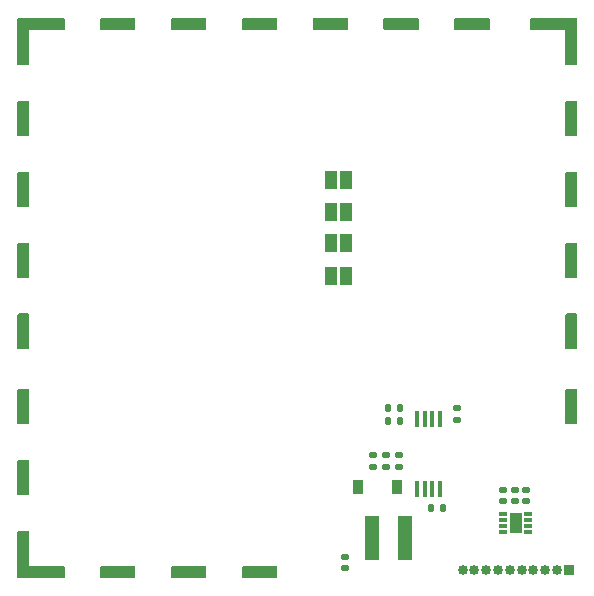
<source format=gbs>
G04 #@! TF.GenerationSoftware,KiCad,Pcbnew,(6.0.1)*
G04 #@! TF.CreationDate,2023-05-09T20:22:03-04:00*
G04 #@! TF.ProjectId,ExternalFaces,45787465-726e-4616-9c46-616365732e6b,rev?*
G04 #@! TF.SameCoordinates,Original*
G04 #@! TF.FileFunction,Soldermask,Bot*
G04 #@! TF.FilePolarity,Negative*
%FSLAX46Y46*%
G04 Gerber Fmt 4.6, Leading zero omitted, Abs format (unit mm)*
G04 Created by KiCad (PCBNEW (6.0.1)) date 2023-05-09 20:22:03*
%MOMM*%
%LPD*%
G01*
G04 APERTURE LIST*
G04 Aperture macros list*
%AMRoundRect*
0 Rectangle with rounded corners*
0 $1 Rounding radius*
0 $2 $3 $4 $5 $6 $7 $8 $9 X,Y pos of 4 corners*
0 Add a 4 corners polygon primitive as box body*
4,1,4,$2,$3,$4,$5,$6,$7,$8,$9,$2,$3,0*
0 Add four circle primitives for the rounded corners*
1,1,$1+$1,$2,$3*
1,1,$1+$1,$4,$5*
1,1,$1+$1,$6,$7*
1,1,$1+$1,$8,$9*
0 Add four rect primitives between the rounded corners*
20,1,$1+$1,$2,$3,$4,$5,0*
20,1,$1+$1,$4,$5,$6,$7,0*
20,1,$1+$1,$6,$7,$8,$9,0*
20,1,$1+$1,$8,$9,$2,$3,0*%
G04 Aperture macros list end*
%ADD10RoundRect,0.135000X0.185000X-0.135000X0.185000X0.135000X-0.185000X0.135000X-0.185000X-0.135000X0*%
%ADD11R,1.000000X1.500000*%
%ADD12RoundRect,0.140000X-0.170000X0.140000X-0.170000X-0.140000X0.170000X-0.140000X0.170000X0.140000X0*%
%ADD13RoundRect,0.140000X0.170000X-0.140000X0.170000X0.140000X-0.170000X0.140000X-0.170000X-0.140000X0*%
%ADD14R,0.850000X0.850000*%
%ADD15O,0.850000X0.850000*%
%ADD16R,0.450000X1.475000*%
%ADD17R,0.700000X0.300000*%
%ADD18R,1.000000X1.700000*%
%ADD19RoundRect,0.135000X0.135000X0.185000X-0.135000X0.185000X-0.135000X-0.185000X0.135000X-0.185000X0*%
%ADD20R,1.200000X3.700000*%
%ADD21RoundRect,0.140000X0.140000X0.170000X-0.140000X0.170000X-0.140000X-0.170000X0.140000X-0.170000X0*%
%ADD22R,0.900000X1.200000*%
G04 APERTURE END LIST*
D10*
X139000000Y-111010000D03*
X139000000Y-109990000D03*
D11*
X133250000Y-86700000D03*
X134550000Y-86700000D03*
D12*
X143900000Y-106020000D03*
X143900000Y-106980000D03*
D13*
X148800000Y-113880000D03*
X148800000Y-112920000D03*
D14*
X153400000Y-119700000D03*
D15*
X152400000Y-119700000D03*
X151400000Y-119700000D03*
X150400000Y-119700000D03*
X149400000Y-119700000D03*
X148400000Y-119700000D03*
X147400000Y-119700000D03*
X146400000Y-119700000D03*
X145400000Y-119700000D03*
X144400000Y-119700000D03*
D13*
X137900000Y-110980000D03*
X137900000Y-110020000D03*
D16*
X142475000Y-112838000D03*
X141825000Y-112838000D03*
X141175000Y-112838000D03*
X140525000Y-112838000D03*
X140525000Y-106962000D03*
X141175000Y-106962000D03*
X141825000Y-106962000D03*
X142475000Y-106962000D03*
D17*
X149950000Y-115012500D03*
X149950000Y-115512500D03*
X149950000Y-116012500D03*
X149950000Y-116512500D03*
X147850000Y-116512500D03*
X147850000Y-116012500D03*
X147850000Y-115512500D03*
X147850000Y-115012500D03*
D18*
X148900000Y-115762500D03*
D19*
X139110000Y-106000000D03*
X138090000Y-106000000D03*
D20*
X139500000Y-117000000D03*
X136700000Y-117000000D03*
D12*
X149800000Y-112920000D03*
X149800000Y-113880000D03*
D11*
X133250000Y-94800000D03*
X134550000Y-94800000D03*
D13*
X136800000Y-110980000D03*
X136800000Y-110020000D03*
X147800000Y-113880000D03*
X147800000Y-112920000D03*
D11*
X133250000Y-92000000D03*
X134550000Y-92000000D03*
X133250000Y-89400000D03*
X134550000Y-89400000D03*
D21*
X139060000Y-107100000D03*
X138100000Y-107100000D03*
D12*
X134400000Y-118620000D03*
X134400000Y-119580000D03*
D22*
X138850000Y-112700000D03*
X135550000Y-112700000D03*
D19*
X142710000Y-114500000D03*
X141690000Y-114500000D03*
G36*
X154059191Y-86018907D02*
G01*
X154095155Y-86068407D01*
X154100000Y-86099000D01*
X154100000Y-88901000D01*
X154081093Y-88959191D01*
X154031593Y-88995155D01*
X154001000Y-89000000D01*
X153199000Y-89000000D01*
X153140809Y-88981093D01*
X153104845Y-88931593D01*
X153100000Y-88901000D01*
X153100000Y-86099000D01*
X153118907Y-86040809D01*
X153168407Y-86004845D01*
X153199000Y-86000000D01*
X154001000Y-86000000D01*
X154059191Y-86018907D01*
G37*
G36*
X116659191Y-73018907D02*
G01*
X116695155Y-73068407D01*
X116700000Y-73099000D01*
X116700000Y-73901000D01*
X116681093Y-73959191D01*
X116631593Y-73995155D01*
X116601000Y-74000000D01*
X113799000Y-74000000D01*
X113740809Y-73981093D01*
X113704845Y-73931593D01*
X113700000Y-73901000D01*
X113700000Y-73099000D01*
X113718907Y-73040809D01*
X113768407Y-73004845D01*
X113799000Y-73000000D01*
X116601000Y-73000000D01*
X116659191Y-73018907D01*
G37*
G36*
X154059191Y-104418907D02*
G01*
X154095155Y-104468407D01*
X154100000Y-104499000D01*
X154100000Y-107301000D01*
X154081093Y-107359191D01*
X154031593Y-107395155D01*
X154001000Y-107400000D01*
X153199000Y-107400000D01*
X153140809Y-107381093D01*
X153104845Y-107331593D01*
X153100000Y-107301000D01*
X153100000Y-104499000D01*
X153118907Y-104440809D01*
X153168407Y-104404845D01*
X153199000Y-104400000D01*
X154001000Y-104400000D01*
X154059191Y-104418907D01*
G37*
G36*
X110659191Y-73018907D02*
G01*
X110695155Y-73068407D01*
X110700000Y-73099000D01*
X110700000Y-73901000D01*
X110681093Y-73959191D01*
X110631593Y-73995155D01*
X110601000Y-74000000D01*
X107715680Y-74000000D01*
X107702995Y-74004122D01*
X107700000Y-74008243D01*
X107700000Y-76901000D01*
X107681093Y-76959191D01*
X107631593Y-76995155D01*
X107601000Y-77000000D01*
X106799000Y-77000000D01*
X106740809Y-76981093D01*
X106704845Y-76931593D01*
X106700000Y-76901000D01*
X106700000Y-73099000D01*
X106718907Y-73040809D01*
X106768407Y-73004845D01*
X106799000Y-73000000D01*
X110601000Y-73000000D01*
X110659191Y-73018907D01*
G37*
G36*
X146659191Y-73018907D02*
G01*
X146695155Y-73068407D01*
X146700000Y-73099000D01*
X146700000Y-73901000D01*
X146681093Y-73959191D01*
X146631593Y-73995155D01*
X146601000Y-74000000D01*
X143799000Y-74000000D01*
X143740809Y-73981093D01*
X143704845Y-73931593D01*
X143700000Y-73901000D01*
X143700000Y-73099000D01*
X143718907Y-73040809D01*
X143768407Y-73004845D01*
X143799000Y-73000000D01*
X146601000Y-73000000D01*
X146659191Y-73018907D01*
G37*
G36*
X107659191Y-104418907D02*
G01*
X107695155Y-104468407D01*
X107700000Y-104499000D01*
X107700000Y-107301000D01*
X107681093Y-107359191D01*
X107631593Y-107395155D01*
X107601000Y-107400000D01*
X106799000Y-107400000D01*
X106740809Y-107381093D01*
X106704845Y-107331593D01*
X106700000Y-107301000D01*
X106700000Y-104499000D01*
X106718907Y-104440809D01*
X106768407Y-104404845D01*
X106799000Y-104400000D01*
X107601000Y-104400000D01*
X107659191Y-104418907D01*
G37*
G36*
X154059191Y-92018907D02*
G01*
X154095155Y-92068407D01*
X154100000Y-92099000D01*
X154100000Y-94901000D01*
X154081093Y-94959191D01*
X154031593Y-94995155D01*
X154001000Y-95000000D01*
X153199000Y-95000000D01*
X153140809Y-94981093D01*
X153104845Y-94931593D01*
X153100000Y-94901000D01*
X153100000Y-92099000D01*
X153118907Y-92040809D01*
X153168407Y-92004845D01*
X153199000Y-92000000D01*
X154001000Y-92000000D01*
X154059191Y-92018907D01*
G37*
G36*
X128659191Y-73018907D02*
G01*
X128695155Y-73068407D01*
X128700000Y-73099000D01*
X128700000Y-73901000D01*
X128681093Y-73959191D01*
X128631593Y-73995155D01*
X128601000Y-74000000D01*
X125799000Y-74000000D01*
X125740809Y-73981093D01*
X125704845Y-73931593D01*
X125700000Y-73901000D01*
X125700000Y-73099000D01*
X125718907Y-73040809D01*
X125768407Y-73004845D01*
X125799000Y-73000000D01*
X128601000Y-73000000D01*
X128659191Y-73018907D01*
G37*
G36*
X107659191Y-80018907D02*
G01*
X107695155Y-80068407D01*
X107700000Y-80099000D01*
X107700000Y-82901000D01*
X107681093Y-82959191D01*
X107631593Y-82995155D01*
X107601000Y-83000000D01*
X106799000Y-83000000D01*
X106740809Y-82981093D01*
X106704845Y-82931593D01*
X106700000Y-82901000D01*
X106700000Y-80099000D01*
X106718907Y-80040809D01*
X106768407Y-80004845D01*
X106799000Y-80000000D01*
X107601000Y-80000000D01*
X107659191Y-80018907D01*
G37*
G36*
X128659191Y-119418907D02*
G01*
X128695155Y-119468407D01*
X128700000Y-119499000D01*
X128700000Y-120301000D01*
X128681093Y-120359191D01*
X128631593Y-120395155D01*
X128601000Y-120400000D01*
X125799000Y-120400000D01*
X125740809Y-120381093D01*
X125704845Y-120331593D01*
X125700000Y-120301000D01*
X125700000Y-119499000D01*
X125718907Y-119440809D01*
X125768407Y-119404845D01*
X125799000Y-119400000D01*
X128601000Y-119400000D01*
X128659191Y-119418907D01*
G37*
G36*
X116659191Y-119418907D02*
G01*
X116695155Y-119468407D01*
X116700000Y-119499000D01*
X116700000Y-120301000D01*
X116681093Y-120359191D01*
X116631593Y-120395155D01*
X116601000Y-120400000D01*
X113799000Y-120400000D01*
X113740809Y-120381093D01*
X113704845Y-120331593D01*
X113700000Y-120301000D01*
X113700000Y-119499000D01*
X113718907Y-119440809D01*
X113768407Y-119404845D01*
X113799000Y-119400000D01*
X116601000Y-119400000D01*
X116659191Y-119418907D01*
G37*
G36*
X122659191Y-119418907D02*
G01*
X122695155Y-119468407D01*
X122700000Y-119499000D01*
X122700000Y-120301000D01*
X122681093Y-120359191D01*
X122631593Y-120395155D01*
X122601000Y-120400000D01*
X119799000Y-120400000D01*
X119740809Y-120381093D01*
X119704845Y-120331593D01*
X119700000Y-120301000D01*
X119700000Y-119499000D01*
X119718907Y-119440809D01*
X119768407Y-119404845D01*
X119799000Y-119400000D01*
X122601000Y-119400000D01*
X122659191Y-119418907D01*
G37*
G36*
X154059191Y-98018907D02*
G01*
X154095155Y-98068407D01*
X154100000Y-98099000D01*
X154100000Y-100901000D01*
X154081093Y-100959191D01*
X154031593Y-100995155D01*
X154001000Y-101000000D01*
X153199000Y-101000000D01*
X153140809Y-100981093D01*
X153104845Y-100931593D01*
X153100000Y-100901000D01*
X153100000Y-98099000D01*
X153118907Y-98040809D01*
X153168407Y-98004845D01*
X153199000Y-98000000D01*
X154001000Y-98000000D01*
X154059191Y-98018907D01*
G37*
G36*
X107659191Y-110418907D02*
G01*
X107695155Y-110468407D01*
X107700000Y-110499000D01*
X107700000Y-113301000D01*
X107681093Y-113359191D01*
X107631593Y-113395155D01*
X107601000Y-113400000D01*
X106799000Y-113400000D01*
X106740809Y-113381093D01*
X106704845Y-113331593D01*
X106700000Y-113301000D01*
X106700000Y-110499000D01*
X106718907Y-110440809D01*
X106768407Y-110404845D01*
X106799000Y-110400000D01*
X107601000Y-110400000D01*
X107659191Y-110418907D01*
G37*
G36*
X122659191Y-73018907D02*
G01*
X122695155Y-73068407D01*
X122700000Y-73099000D01*
X122700000Y-73901000D01*
X122681093Y-73959191D01*
X122631593Y-73995155D01*
X122601000Y-74000000D01*
X119799000Y-74000000D01*
X119740809Y-73981093D01*
X119704845Y-73931593D01*
X119700000Y-73901000D01*
X119700000Y-73099000D01*
X119718907Y-73040809D01*
X119768407Y-73004845D01*
X119799000Y-73000000D01*
X122601000Y-73000000D01*
X122659191Y-73018907D01*
G37*
G36*
X154059191Y-73018907D02*
G01*
X154095155Y-73068407D01*
X154100000Y-73099000D01*
X154100000Y-76901000D01*
X154081093Y-76959191D01*
X154031593Y-76995155D01*
X154001000Y-77000000D01*
X153199000Y-77000000D01*
X153140809Y-76981093D01*
X153104845Y-76931593D01*
X153100000Y-76901000D01*
X153100000Y-74015680D01*
X153095878Y-74002995D01*
X153091757Y-74000000D01*
X150199000Y-74000000D01*
X150140809Y-73981093D01*
X150104845Y-73931593D01*
X150100000Y-73901000D01*
X150100000Y-73099000D01*
X150118907Y-73040809D01*
X150168407Y-73004845D01*
X150199000Y-73000000D01*
X154001000Y-73000000D01*
X154059191Y-73018907D01*
G37*
G36*
X107659191Y-98018907D02*
G01*
X107695155Y-98068407D01*
X107700000Y-98099000D01*
X107700000Y-100901000D01*
X107681093Y-100959191D01*
X107631593Y-100995155D01*
X107601000Y-101000000D01*
X106799000Y-101000000D01*
X106740809Y-100981093D01*
X106704845Y-100931593D01*
X106700000Y-100901000D01*
X106700000Y-98099000D01*
X106718907Y-98040809D01*
X106768407Y-98004845D01*
X106799000Y-98000000D01*
X107601000Y-98000000D01*
X107659191Y-98018907D01*
G37*
G36*
X134659191Y-73018907D02*
G01*
X134695155Y-73068407D01*
X134700000Y-73099000D01*
X134700000Y-73901000D01*
X134681093Y-73959191D01*
X134631593Y-73995155D01*
X134601000Y-74000000D01*
X131799000Y-74000000D01*
X131740809Y-73981093D01*
X131704845Y-73931593D01*
X131700000Y-73901000D01*
X131700000Y-73099000D01*
X131718907Y-73040809D01*
X131768407Y-73004845D01*
X131799000Y-73000000D01*
X134601000Y-73000000D01*
X134659191Y-73018907D01*
G37*
G36*
X107659191Y-92018907D02*
G01*
X107695155Y-92068407D01*
X107700000Y-92099000D01*
X107700000Y-94901000D01*
X107681093Y-94959191D01*
X107631593Y-94995155D01*
X107601000Y-95000000D01*
X106799000Y-95000000D01*
X106740809Y-94981093D01*
X106704845Y-94931593D01*
X106700000Y-94901000D01*
X106700000Y-92099000D01*
X106718907Y-92040809D01*
X106768407Y-92004845D01*
X106799000Y-92000000D01*
X107601000Y-92000000D01*
X107659191Y-92018907D01*
G37*
G36*
X107659191Y-86018907D02*
G01*
X107695155Y-86068407D01*
X107700000Y-86099000D01*
X107700000Y-88901000D01*
X107681093Y-88959191D01*
X107631593Y-88995155D01*
X107601000Y-89000000D01*
X106799000Y-89000000D01*
X106740809Y-88981093D01*
X106704845Y-88931593D01*
X106700000Y-88901000D01*
X106700000Y-86099000D01*
X106718907Y-86040809D01*
X106768407Y-86004845D01*
X106799000Y-86000000D01*
X107601000Y-86000000D01*
X107659191Y-86018907D01*
G37*
G36*
X107659191Y-116418907D02*
G01*
X107695155Y-116468407D01*
X107700000Y-116499000D01*
X107700000Y-119384320D01*
X107704122Y-119397005D01*
X107708243Y-119400000D01*
X110601000Y-119400000D01*
X110659191Y-119418907D01*
X110695155Y-119468407D01*
X110700000Y-119499000D01*
X110700000Y-120301000D01*
X110681093Y-120359191D01*
X110631593Y-120395155D01*
X110601000Y-120400000D01*
X106799000Y-120400000D01*
X106740809Y-120381093D01*
X106704845Y-120331593D01*
X106700000Y-120301000D01*
X106700000Y-116499000D01*
X106718907Y-116440809D01*
X106768407Y-116404845D01*
X106799000Y-116400000D01*
X107601000Y-116400000D01*
X107659191Y-116418907D01*
G37*
G36*
X140659191Y-73018907D02*
G01*
X140695155Y-73068407D01*
X140700000Y-73099000D01*
X140700000Y-73901000D01*
X140681093Y-73959191D01*
X140631593Y-73995155D01*
X140601000Y-74000000D01*
X137799000Y-74000000D01*
X137740809Y-73981093D01*
X137704845Y-73931593D01*
X137700000Y-73901000D01*
X137700000Y-73099000D01*
X137718907Y-73040809D01*
X137768407Y-73004845D01*
X137799000Y-73000000D01*
X140601000Y-73000000D01*
X140659191Y-73018907D01*
G37*
G36*
X154059191Y-80018907D02*
G01*
X154095155Y-80068407D01*
X154100000Y-80099000D01*
X154100000Y-82901000D01*
X154081093Y-82959191D01*
X154031593Y-82995155D01*
X154001000Y-83000000D01*
X153199000Y-83000000D01*
X153140809Y-82981093D01*
X153104845Y-82931593D01*
X153100000Y-82901000D01*
X153100000Y-80099000D01*
X153118907Y-80040809D01*
X153168407Y-80004845D01*
X153199000Y-80000000D01*
X154001000Y-80000000D01*
X154059191Y-80018907D01*
G37*
M02*

</source>
